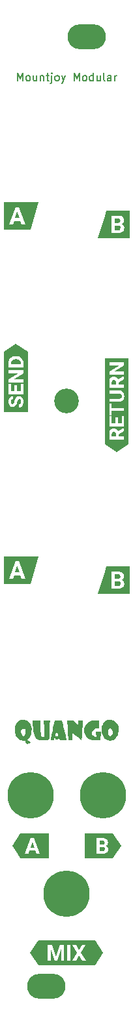
<source format=gbr>
%TF.GenerationSoftware,KiCad,Pcbnew,7.0.5*%
%TF.CreationDate,2023-07-06T16:17:21+01:00*%
%TF.ProjectId,QuangoBreakout_Panel,5175616e-676f-4427-9265-616b6f75745f,rev?*%
%TF.SameCoordinates,Original*%
%TF.FileFunction,Soldermask,Top*%
%TF.FilePolarity,Negative*%
%FSLAX46Y46*%
G04 Gerber Fmt 4.6, Leading zero omitted, Abs format (unit mm)*
G04 Created by KiCad (PCBNEW 7.0.5) date 2023-07-06 16:17:21*
%MOMM*%
%LPD*%
G01*
G04 APERTURE LIST*
%ADD10C,0.200000*%
%ADD11C,6.000000*%
%ADD12O,5.000000X3.200000*%
%ADD13C,3.200000*%
G04 APERTURE END LIST*
D10*
X53019047Y-49567219D02*
X53019047Y-48567219D01*
X53019047Y-48567219D02*
X53352380Y-49281504D01*
X53352380Y-49281504D02*
X53685713Y-48567219D01*
X53685713Y-48567219D02*
X53685713Y-49567219D01*
X54304761Y-49567219D02*
X54209523Y-49519600D01*
X54209523Y-49519600D02*
X54161904Y-49471980D01*
X54161904Y-49471980D02*
X54114285Y-49376742D01*
X54114285Y-49376742D02*
X54114285Y-49091028D01*
X54114285Y-49091028D02*
X54161904Y-48995790D01*
X54161904Y-48995790D02*
X54209523Y-48948171D01*
X54209523Y-48948171D02*
X54304761Y-48900552D01*
X54304761Y-48900552D02*
X54447618Y-48900552D01*
X54447618Y-48900552D02*
X54542856Y-48948171D01*
X54542856Y-48948171D02*
X54590475Y-48995790D01*
X54590475Y-48995790D02*
X54638094Y-49091028D01*
X54638094Y-49091028D02*
X54638094Y-49376742D01*
X54638094Y-49376742D02*
X54590475Y-49471980D01*
X54590475Y-49471980D02*
X54542856Y-49519600D01*
X54542856Y-49519600D02*
X54447618Y-49567219D01*
X54447618Y-49567219D02*
X54304761Y-49567219D01*
X55495237Y-48900552D02*
X55495237Y-49567219D01*
X55066666Y-48900552D02*
X55066666Y-49424361D01*
X55066666Y-49424361D02*
X55114285Y-49519600D01*
X55114285Y-49519600D02*
X55209523Y-49567219D01*
X55209523Y-49567219D02*
X55352380Y-49567219D01*
X55352380Y-49567219D02*
X55447618Y-49519600D01*
X55447618Y-49519600D02*
X55495237Y-49471980D01*
X55971428Y-48900552D02*
X55971428Y-49567219D01*
X55971428Y-48995790D02*
X56019047Y-48948171D01*
X56019047Y-48948171D02*
X56114285Y-48900552D01*
X56114285Y-48900552D02*
X56257142Y-48900552D01*
X56257142Y-48900552D02*
X56352380Y-48948171D01*
X56352380Y-48948171D02*
X56399999Y-49043409D01*
X56399999Y-49043409D02*
X56399999Y-49567219D01*
X56733333Y-48900552D02*
X57114285Y-48900552D01*
X56876190Y-48567219D02*
X56876190Y-49424361D01*
X56876190Y-49424361D02*
X56923809Y-49519600D01*
X56923809Y-49519600D02*
X57019047Y-49567219D01*
X57019047Y-49567219D02*
X57114285Y-49567219D01*
X57447619Y-48900552D02*
X57447619Y-49757695D01*
X57447619Y-49757695D02*
X57400000Y-49852933D01*
X57400000Y-49852933D02*
X57304762Y-49900552D01*
X57304762Y-49900552D02*
X57257143Y-49900552D01*
X57447619Y-48567219D02*
X57400000Y-48614838D01*
X57400000Y-48614838D02*
X57447619Y-48662457D01*
X57447619Y-48662457D02*
X57495238Y-48614838D01*
X57495238Y-48614838D02*
X57447619Y-48567219D01*
X57447619Y-48567219D02*
X57447619Y-48662457D01*
X58066666Y-49567219D02*
X57971428Y-49519600D01*
X57971428Y-49519600D02*
X57923809Y-49471980D01*
X57923809Y-49471980D02*
X57876190Y-49376742D01*
X57876190Y-49376742D02*
X57876190Y-49091028D01*
X57876190Y-49091028D02*
X57923809Y-48995790D01*
X57923809Y-48995790D02*
X57971428Y-48948171D01*
X57971428Y-48948171D02*
X58066666Y-48900552D01*
X58066666Y-48900552D02*
X58209523Y-48900552D01*
X58209523Y-48900552D02*
X58304761Y-48948171D01*
X58304761Y-48948171D02*
X58352380Y-48995790D01*
X58352380Y-48995790D02*
X58399999Y-49091028D01*
X58399999Y-49091028D02*
X58399999Y-49376742D01*
X58399999Y-49376742D02*
X58352380Y-49471980D01*
X58352380Y-49471980D02*
X58304761Y-49519600D01*
X58304761Y-49519600D02*
X58209523Y-49567219D01*
X58209523Y-49567219D02*
X58066666Y-49567219D01*
X58733333Y-48900552D02*
X58971428Y-49567219D01*
X59209523Y-48900552D02*
X58971428Y-49567219D01*
X58971428Y-49567219D02*
X58876190Y-49805314D01*
X58876190Y-49805314D02*
X58828571Y-49852933D01*
X58828571Y-49852933D02*
X58733333Y-49900552D01*
X60352381Y-49567219D02*
X60352381Y-48567219D01*
X60352381Y-48567219D02*
X60685714Y-49281504D01*
X60685714Y-49281504D02*
X61019047Y-48567219D01*
X61019047Y-48567219D02*
X61019047Y-49567219D01*
X61638095Y-49567219D02*
X61542857Y-49519600D01*
X61542857Y-49519600D02*
X61495238Y-49471980D01*
X61495238Y-49471980D02*
X61447619Y-49376742D01*
X61447619Y-49376742D02*
X61447619Y-49091028D01*
X61447619Y-49091028D02*
X61495238Y-48995790D01*
X61495238Y-48995790D02*
X61542857Y-48948171D01*
X61542857Y-48948171D02*
X61638095Y-48900552D01*
X61638095Y-48900552D02*
X61780952Y-48900552D01*
X61780952Y-48900552D02*
X61876190Y-48948171D01*
X61876190Y-48948171D02*
X61923809Y-48995790D01*
X61923809Y-48995790D02*
X61971428Y-49091028D01*
X61971428Y-49091028D02*
X61971428Y-49376742D01*
X61971428Y-49376742D02*
X61923809Y-49471980D01*
X61923809Y-49471980D02*
X61876190Y-49519600D01*
X61876190Y-49519600D02*
X61780952Y-49567219D01*
X61780952Y-49567219D02*
X61638095Y-49567219D01*
X62828571Y-49567219D02*
X62828571Y-48567219D01*
X62828571Y-49519600D02*
X62733333Y-49567219D01*
X62733333Y-49567219D02*
X62542857Y-49567219D01*
X62542857Y-49567219D02*
X62447619Y-49519600D01*
X62447619Y-49519600D02*
X62400000Y-49471980D01*
X62400000Y-49471980D02*
X62352381Y-49376742D01*
X62352381Y-49376742D02*
X62352381Y-49091028D01*
X62352381Y-49091028D02*
X62400000Y-48995790D01*
X62400000Y-48995790D02*
X62447619Y-48948171D01*
X62447619Y-48948171D02*
X62542857Y-48900552D01*
X62542857Y-48900552D02*
X62733333Y-48900552D01*
X62733333Y-48900552D02*
X62828571Y-48948171D01*
X63733333Y-48900552D02*
X63733333Y-49567219D01*
X63304762Y-48900552D02*
X63304762Y-49424361D01*
X63304762Y-49424361D02*
X63352381Y-49519600D01*
X63352381Y-49519600D02*
X63447619Y-49567219D01*
X63447619Y-49567219D02*
X63590476Y-49567219D01*
X63590476Y-49567219D02*
X63685714Y-49519600D01*
X63685714Y-49519600D02*
X63733333Y-49471980D01*
X64352381Y-49567219D02*
X64257143Y-49519600D01*
X64257143Y-49519600D02*
X64209524Y-49424361D01*
X64209524Y-49424361D02*
X64209524Y-48567219D01*
X65161905Y-49567219D02*
X65161905Y-49043409D01*
X65161905Y-49043409D02*
X65114286Y-48948171D01*
X65114286Y-48948171D02*
X65019048Y-48900552D01*
X65019048Y-48900552D02*
X64828572Y-48900552D01*
X64828572Y-48900552D02*
X64733334Y-48948171D01*
X65161905Y-49519600D02*
X65066667Y-49567219D01*
X65066667Y-49567219D02*
X64828572Y-49567219D01*
X64828572Y-49567219D02*
X64733334Y-49519600D01*
X64733334Y-49519600D02*
X64685715Y-49424361D01*
X64685715Y-49424361D02*
X64685715Y-49329123D01*
X64685715Y-49329123D02*
X64733334Y-49233885D01*
X64733334Y-49233885D02*
X64828572Y-49186266D01*
X64828572Y-49186266D02*
X65066667Y-49186266D01*
X65066667Y-49186266D02*
X65161905Y-49138647D01*
X65638096Y-49567219D02*
X65638096Y-48900552D01*
X65638096Y-49091028D02*
X65685715Y-48995790D01*
X65685715Y-48995790D02*
X65733334Y-48948171D01*
X65733334Y-48948171D02*
X65828572Y-48900552D01*
X65828572Y-48900552D02*
X65923810Y-48900552D01*
G36*
X64134982Y-162100000D02*
G01*
X63060939Y-163711064D01*
X61870314Y-163711064D01*
X59877878Y-163711064D01*
X59067230Y-163711064D01*
X56929686Y-163711064D01*
X55739061Y-163711064D01*
X54665018Y-162100000D01*
X55342186Y-161084248D01*
X56929686Y-161084248D01*
X56929686Y-163115752D01*
X57348265Y-163115752D01*
X57348265Y-162560437D01*
X57306407Y-161603286D01*
X57853350Y-163115752D01*
X58140775Y-163115752D01*
X58689113Y-161601891D01*
X58647255Y-162560437D01*
X58647255Y-163115752D01*
X59067230Y-163115752D01*
X59067230Y-161084248D01*
X59459299Y-161084248D01*
X59459299Y-163115752D01*
X59877878Y-163115752D01*
X60115073Y-163115752D01*
X60602020Y-163115752D01*
X60992693Y-162404167D01*
X61383367Y-163115752D01*
X61870314Y-163115752D01*
X61263375Y-162091628D01*
X61854966Y-161084248D01*
X61373600Y-161084248D01*
X60992693Y-161784670D01*
X60611786Y-161084248D01*
X60130421Y-161084248D01*
X60722012Y-162091628D01*
X60115073Y-163115752D01*
X59877878Y-163115752D01*
X59877878Y-161084248D01*
X59459299Y-161084248D01*
X59067230Y-161084248D01*
X58517496Y-161084248D01*
X57998458Y-162557646D01*
X57476629Y-161084248D01*
X56929686Y-161084248D01*
X55342186Y-161084248D01*
X55739061Y-160488936D01*
X56929686Y-160488936D01*
X61870314Y-160488936D01*
X63060939Y-160488936D01*
X64134982Y-162100000D01*
G37*
G36*
X53244357Y-67286804D02*
G01*
X52680050Y-67286804D01*
X52960653Y-66441895D01*
X53244357Y-67286804D01*
G37*
G36*
X54682512Y-68790072D02*
G01*
X54021053Y-68790072D01*
X52399447Y-68790072D01*
X51904904Y-68790072D01*
X51243445Y-68790072D01*
X51243445Y-68128613D01*
X51904904Y-68128613D01*
X52399447Y-68128613D01*
X52554476Y-67663525D01*
X53369930Y-67663525D01*
X53526510Y-68128613D01*
X54021053Y-68128613D01*
X53176144Y-65871387D01*
X52745162Y-65871387D01*
X51904904Y-68128613D01*
X51243445Y-68128613D01*
X51243445Y-65209928D01*
X51904904Y-65209928D01*
X54021053Y-65209928D01*
X54682512Y-65209928D01*
X55756555Y-65209928D01*
X54682512Y-68790072D01*
G37*
G36*
X66268015Y-68282762D02*
G01*
X66374985Y-68387665D01*
X66410642Y-68560437D01*
X66318400Y-68776703D01*
X66208135Y-68835420D01*
X66061826Y-68854993D01*
X65663401Y-68854993D01*
X65663401Y-68245728D01*
X66089731Y-68245728D01*
X66268015Y-68282762D01*
G37*
G36*
X66155425Y-67364967D02*
G01*
X66270341Y-67415546D01*
X66337197Y-67504494D01*
X66359482Y-67636462D01*
X66320381Y-67789597D01*
X66203075Y-67883131D01*
X66007566Y-67917065D01*
X65663401Y-67917065D01*
X65663401Y-67348108D01*
X65988962Y-67348108D01*
X66155425Y-67364967D01*
G37*
G36*
X67537188Y-69890072D02*
G01*
X66875730Y-69890072D01*
X65198313Y-69890072D01*
X64536855Y-69890072D01*
X63462812Y-69890072D01*
X64338417Y-66971387D01*
X65198313Y-66971387D01*
X65198313Y-69228613D01*
X66075779Y-69228613D01*
X66312457Y-69208287D01*
X66509861Y-69151443D01*
X66667991Y-69058081D01*
X66783401Y-68928890D01*
X66852648Y-68764559D01*
X66875730Y-68565088D01*
X66850732Y-68389130D01*
X66775736Y-68242627D01*
X66657332Y-68132944D01*
X66502109Y-68067444D01*
X66637372Y-67991673D01*
X66739304Y-67882184D01*
X66803254Y-67745952D01*
X66824570Y-67589954D01*
X66800971Y-67403660D01*
X66730175Y-67249923D01*
X66612180Y-67128741D01*
X66448538Y-67041322D01*
X66240799Y-66988871D01*
X65988962Y-66971387D01*
X65198313Y-66971387D01*
X64338417Y-66971387D01*
X64536855Y-66309928D01*
X65198313Y-66309928D01*
X66875730Y-66309928D01*
X67537188Y-66309928D01*
X67537188Y-69890072D01*
G37*
G36*
X66268015Y-114182762D02*
G01*
X66374985Y-114287665D01*
X66410642Y-114460437D01*
X66318400Y-114676703D01*
X66208135Y-114735420D01*
X66061826Y-114754993D01*
X65663401Y-114754993D01*
X65663401Y-114145728D01*
X66089731Y-114145728D01*
X66268015Y-114182762D01*
G37*
G36*
X66155425Y-113264967D02*
G01*
X66270341Y-113315546D01*
X66337197Y-113404494D01*
X66359482Y-113536462D01*
X66320381Y-113689597D01*
X66203075Y-113783131D01*
X66007566Y-113817065D01*
X65663401Y-113817065D01*
X65663401Y-113248108D01*
X65988962Y-113248108D01*
X66155425Y-113264967D01*
G37*
G36*
X67537188Y-115790072D02*
G01*
X66875730Y-115790072D01*
X65198313Y-115790072D01*
X64536855Y-115790072D01*
X63462812Y-115790072D01*
X64338417Y-112871387D01*
X65198313Y-112871387D01*
X65198313Y-115128613D01*
X66075779Y-115128613D01*
X66312457Y-115108287D01*
X66509861Y-115051443D01*
X66667991Y-114958081D01*
X66783401Y-114828890D01*
X66852648Y-114664559D01*
X66875730Y-114465088D01*
X66850732Y-114289130D01*
X66775736Y-114142627D01*
X66657332Y-114032944D01*
X66502109Y-113967444D01*
X66637372Y-113891673D01*
X66739304Y-113782184D01*
X66803254Y-113645952D01*
X66824570Y-113489954D01*
X66800971Y-113303660D01*
X66730175Y-113149923D01*
X66612180Y-113028741D01*
X66448538Y-112941322D01*
X66240799Y-112888871D01*
X65988962Y-112871387D01*
X65198313Y-112871387D01*
X64338417Y-112871387D01*
X64536855Y-112209928D01*
X65198313Y-112209928D01*
X66875730Y-112209928D01*
X67537188Y-112209928D01*
X67537188Y-115790072D01*
G37*
G36*
X53030167Y-85516851D02*
G01*
X53174680Y-85558580D01*
X53290203Y-85626956D01*
X53403858Y-85776850D01*
X53441744Y-85981431D01*
X53441744Y-86172504D01*
X52160892Y-86172504D01*
X52160892Y-85977477D01*
X52198612Y-85772238D01*
X52311774Y-85623003D01*
X52428102Y-85555651D01*
X52575909Y-85515240D01*
X52755197Y-85501770D01*
X52856663Y-85501770D01*
X53030167Y-85516851D01*
G37*
G36*
X54347916Y-86913079D02*
G01*
X54347916Y-88705218D01*
X54347916Y-90954615D01*
X54347916Y-91730770D01*
X54347916Y-92293009D01*
X51252084Y-92293009D01*
X51252084Y-91730770D01*
X51252084Y-90963840D01*
X51814324Y-90963840D01*
X51831454Y-91158043D01*
X51882847Y-91332151D01*
X51964712Y-91477103D01*
X52073261Y-91583841D01*
X52203554Y-91649563D01*
X52350648Y-91671471D01*
X52536450Y-91635160D01*
X52695019Y-91526226D01*
X52826355Y-91344669D01*
X52891419Y-91203341D01*
X52957471Y-91019185D01*
X53022370Y-90845242D01*
X53083975Y-90734551D01*
X53255941Y-90655486D01*
X53416048Y-90734551D01*
X53459039Y-90829100D01*
X53473370Y-90954615D01*
X53453521Y-91120652D01*
X53393975Y-91239249D01*
X53294732Y-91310408D01*
X53155792Y-91334127D01*
X53155792Y-91730770D01*
X53330394Y-91706885D01*
X53482594Y-91635233D01*
X53608604Y-91518118D01*
X53704635Y-91357847D01*
X53765416Y-91166114D01*
X53785676Y-90954615D01*
X53769936Y-90756514D01*
X53722717Y-90587403D01*
X53644018Y-90447282D01*
X53537647Y-90342594D01*
X53407409Y-90279782D01*
X53253306Y-90258844D01*
X53047737Y-90297388D01*
X52879065Y-90413021D01*
X52784333Y-90536157D01*
X52700437Y-90699997D01*
X52627375Y-90904541D01*
X52570053Y-91065471D01*
X52508777Y-91181927D01*
X52351965Y-91276146D01*
X52190541Y-91195764D01*
X52144585Y-91099238D01*
X52129266Y-90970428D01*
X52147550Y-90837006D01*
X52202401Y-90737187D01*
X52290196Y-90674923D01*
X52407311Y-90654169D01*
X52407311Y-90258844D01*
X52243910Y-90281081D01*
X52098958Y-90347792D01*
X51978548Y-90454694D01*
X51888777Y-90597505D01*
X51832937Y-90769472D01*
X51814324Y-90963840D01*
X51252084Y-90963840D01*
X51252084Y-89991341D01*
X51840679Y-89991341D01*
X53759321Y-89991341D01*
X53759321Y-88705218D01*
X53441744Y-88705218D01*
X53441744Y-89596016D01*
X52927822Y-89596016D01*
X52927822Y-88836993D01*
X52618151Y-88836993D01*
X52618151Y-89596016D01*
X52160892Y-89596016D01*
X52160892Y-88707853D01*
X51840679Y-88707853D01*
X51840679Y-89991341D01*
X51252084Y-89991341D01*
X51252084Y-88473294D01*
X51840679Y-88473294D01*
X53759321Y-88473294D01*
X53759321Y-88077969D01*
X52496918Y-88077969D01*
X53759321Y-87308404D01*
X53759321Y-86913079D01*
X51840679Y-86913079D01*
X51840679Y-87307086D01*
X53105718Y-87307086D01*
X51840679Y-88077969D01*
X51840679Y-88473294D01*
X51252084Y-88473294D01*
X51252084Y-86567829D01*
X51840679Y-86567829D01*
X53759321Y-86567829D01*
X53759321Y-85973524D01*
X53745851Y-85811441D01*
X53707197Y-85660778D01*
X53643359Y-85521536D01*
X53556534Y-85398034D01*
X53448918Y-85294591D01*
X53320511Y-85211206D01*
X53175119Y-85150077D01*
X53016550Y-85113400D01*
X52844803Y-85101174D01*
X52756514Y-85101174D01*
X52584548Y-85113620D01*
X52425320Y-85150956D01*
X52278830Y-85213183D01*
X52149398Y-85297592D01*
X52041343Y-85401475D01*
X51954664Y-85524831D01*
X51891339Y-85663853D01*
X51853344Y-85814735D01*
X51840679Y-85977477D01*
X51840679Y-86567829D01*
X51252084Y-86567829D01*
X51252084Y-85101174D01*
X51252084Y-84538935D01*
X52800000Y-83506991D01*
X54347916Y-84538935D01*
X54347916Y-85101174D01*
X54347916Y-86567829D01*
X54347916Y-86913079D01*
G37*
G36*
X61185733Y-132087060D02*
G01*
X61484200Y-132087095D01*
X61447458Y-132895019D01*
X61430885Y-133236367D01*
X61412195Y-133584329D01*
X61393574Y-133900225D01*
X61377204Y-134145372D01*
X61375776Y-134164493D01*
X61340837Y-134626043D01*
X60785903Y-134207016D01*
X60568222Y-134045833D01*
X60381312Y-133913386D01*
X60244571Y-133823011D01*
X60177399Y-133788045D01*
X60176416Y-133787988D01*
X60150263Y-133840082D01*
X60130979Y-133978051D01*
X60122088Y-134174427D01*
X60121863Y-134213211D01*
X60121863Y-134638434D01*
X59872630Y-134638434D01*
X59623398Y-134638434D01*
X59590101Y-134199037D01*
X59574097Y-133963581D01*
X59555811Y-133656363D01*
X59537603Y-133318916D01*
X59523185Y-133022586D01*
X59508437Y-132737233D01*
X59492295Y-132487084D01*
X59476594Y-132297113D01*
X59463171Y-132192291D01*
X59461715Y-132186314D01*
X59459436Y-132134712D01*
X59503189Y-132104766D01*
X59614692Y-132090794D01*
X59815665Y-132087116D01*
X59841036Y-132087095D01*
X60248207Y-132087095D01*
X60588124Y-132381570D01*
X60928040Y-132676044D01*
X60907653Y-132381534D01*
X60887265Y-132087025D01*
X61185733Y-132087060D01*
G37*
G36*
X56011372Y-133036747D02*
G01*
X56014055Y-133438237D01*
X56024562Y-133740230D01*
X56046584Y-133956549D01*
X56083809Y-134101016D01*
X56139929Y-134187450D01*
X56218632Y-134229675D01*
X56323608Y-134241511D01*
X56332999Y-134241559D01*
X56508895Y-134241559D01*
X56467886Y-133164327D01*
X56426878Y-132087095D01*
X56835699Y-132087095D01*
X57244520Y-132087095D01*
X57209084Y-132264271D01*
X57197658Y-132377199D01*
X57187764Y-132581536D01*
X57180043Y-132855301D01*
X57175134Y-133176514D01*
X57173649Y-133481250D01*
X57173980Y-133871874D01*
X57168688Y-134163967D01*
X57148345Y-134372326D01*
X57103526Y-134511749D01*
X57024802Y-134597035D01*
X56902747Y-134642979D01*
X56727934Y-134664381D01*
X56490937Y-134676038D01*
X56410191Y-134679664D01*
X56151943Y-134688166D01*
X55971303Y-134681248D01*
X55832969Y-134653954D01*
X55701641Y-134601325D01*
X55642846Y-134571905D01*
X55488784Y-134478181D01*
X55364029Y-134363947D01*
X55264099Y-134215603D01*
X55184512Y-134019550D01*
X55120783Y-133762190D01*
X55068431Y-133429924D01*
X55022973Y-133009152D01*
X54987284Y-132583189D01*
X54949077Y-132087095D01*
X55480224Y-132087082D01*
X56011372Y-132087068D01*
X56011372Y-133036747D01*
G37*
G36*
X63600617Y-132435591D02*
G01*
X63628851Y-132719489D01*
X63639469Y-132909501D01*
X63627052Y-133024474D01*
X63586184Y-133083254D01*
X63511446Y-133104690D01*
X63407441Y-133107631D01*
X63133255Y-133149122D01*
X62910542Y-133261940D01*
X62753000Y-133428599D01*
X62674329Y-133631614D01*
X62688226Y-133853500D01*
X62734463Y-133966604D01*
X62821645Y-134055748D01*
X62967378Y-134149919D01*
X63121849Y-134220753D01*
X63217321Y-134241559D01*
X63231240Y-134190485D01*
X63229788Y-134057632D01*
X63216327Y-133901381D01*
X63177840Y-133561202D01*
X63520215Y-133561202D01*
X63862591Y-133561202D01*
X63826961Y-134085644D01*
X63809261Y-134317116D01*
X63791403Y-134502030D01*
X63776128Y-134613930D01*
X63770129Y-134634464D01*
X63700734Y-134652508D01*
X63548810Y-134665336D01*
X63345113Y-134672660D01*
X63120401Y-134674192D01*
X62905430Y-134669643D01*
X62730956Y-134658725D01*
X62640563Y-134645048D01*
X62279777Y-134500188D01*
X61993808Y-134275968D01*
X61791415Y-133982286D01*
X61681361Y-133629040D01*
X61670952Y-133549702D01*
X61676843Y-133146994D01*
X61779608Y-132796455D01*
X61975792Y-132504947D01*
X62261939Y-132279327D01*
X62329075Y-132243010D01*
X62511511Y-132160135D01*
X62679873Y-132112590D01*
X62879024Y-132091308D01*
X63100516Y-132087095D01*
X63564192Y-132087095D01*
X63600617Y-132435591D01*
G37*
G36*
X65472316Y-132078256D02*
G01*
X65749298Y-132251357D01*
X65964776Y-132508529D01*
X66025115Y-132623366D01*
X66099251Y-132877910D01*
X66131874Y-133193916D01*
X66123349Y-133527470D01*
X66074041Y-133834657D01*
X66013528Y-134014774D01*
X65833371Y-134328618D01*
X65617761Y-134540466D01*
X65353617Y-134659484D01*
X65043094Y-134694919D01*
X64743516Y-134659342D01*
X64545187Y-134574349D01*
X64390980Y-134469718D01*
X64274850Y-134356204D01*
X64165818Y-134198655D01*
X64077006Y-134043122D01*
X64012870Y-133903524D01*
X63974364Y-133749401D01*
X63955587Y-133546307D01*
X63955175Y-133525981D01*
X64751241Y-133525981D01*
X64761692Y-133725294D01*
X64814710Y-133912084D01*
X64904509Y-134055755D01*
X65025300Y-134125706D01*
X65054453Y-134128167D01*
X65162671Y-134083907D01*
X65261033Y-133981956D01*
X65338509Y-133792379D01*
X65359822Y-133575272D01*
X65326761Y-133372021D01*
X65241119Y-133224015D01*
X65227710Y-133212189D01*
X65120833Y-133136713D01*
X65054453Y-133107631D01*
X64982604Y-133140013D01*
X64881195Y-133212189D01*
X64789146Y-133344747D01*
X64751241Y-133525981D01*
X63955175Y-133525981D01*
X63950716Y-133306068D01*
X63953564Y-133048841D01*
X63969030Y-132869045D01*
X64004162Y-132730856D01*
X64066003Y-132598448D01*
X64102464Y-132534536D01*
X64269641Y-132300766D01*
X64463641Y-132146903D01*
X64721633Y-132046194D01*
X64812766Y-132023332D01*
X65153561Y-131998992D01*
X65472316Y-132078256D01*
G37*
G36*
X54189726Y-132078256D02*
G01*
X54466709Y-132251357D01*
X54682187Y-132508529D01*
X54742525Y-132623366D01*
X54823151Y-132900384D01*
X54853411Y-133235526D01*
X54834242Y-133585794D01*
X54766579Y-133908186D01*
X54711415Y-134052965D01*
X54607051Y-134236615D01*
X54488022Y-134388502D01*
X54421036Y-134447069D01*
X54267230Y-134547847D01*
X54485964Y-134731485D01*
X54605296Y-134839575D01*
X54672255Y-134916021D01*
X54677678Y-134936880D01*
X54617315Y-134980539D01*
X54502676Y-135060633D01*
X54474899Y-135079823D01*
X54299140Y-135201009D01*
X54141530Y-135036499D01*
X54039632Y-134899428D01*
X54015306Y-134791877D01*
X54017853Y-134783560D01*
X54019269Y-134731260D01*
X53957104Y-134704302D01*
X53809393Y-134695254D01*
X53755910Y-134694919D01*
X53455855Y-134659986D01*
X53207362Y-134547661D01*
X52992731Y-134345944D01*
X52794416Y-134043122D01*
X52730281Y-133903524D01*
X52691775Y-133749401D01*
X52676861Y-133588102D01*
X53469482Y-133588102D01*
X53498638Y-133810551D01*
X53576084Y-133991548D01*
X53686787Y-134104242D01*
X53771863Y-134128167D01*
X53880082Y-134083907D01*
X53978443Y-133981956D01*
X54042543Y-133820504D01*
X54070630Y-133616541D01*
X54061245Y-133416955D01*
X54012929Y-133268634D01*
X54001156Y-133252393D01*
X53892266Y-133186025D01*
X53771863Y-133164327D01*
X53607418Y-133203395D01*
X53508730Y-133325653D01*
X53470392Y-133538679D01*
X53469482Y-133588102D01*
X52676861Y-133588102D01*
X52672997Y-133546307D01*
X52668127Y-133306068D01*
X52670975Y-133048841D01*
X52686441Y-132869045D01*
X52721572Y-132730856D01*
X52783414Y-132598448D01*
X52819875Y-132534536D01*
X52987052Y-132300766D01*
X53181052Y-132146903D01*
X53439044Y-132046194D01*
X53530176Y-132023332D01*
X53870971Y-131998992D01*
X54189726Y-132078256D01*
G37*
G36*
X58876058Y-132413100D02*
G01*
X58914284Y-132594154D01*
X58968516Y-132841759D01*
X59033603Y-133133365D01*
X59104392Y-133446424D01*
X59175731Y-133758387D01*
X59242467Y-134046705D01*
X59299448Y-134288831D01*
X59341522Y-134462214D01*
X59361873Y-134539216D01*
X59365917Y-134588250D01*
X59327148Y-134617919D01*
X59224956Y-134632956D01*
X59038735Y-134638092D01*
X58929751Y-134638434D01*
X58699090Y-134635750D01*
X58557606Y-134623941D01*
X58481138Y-134597376D01*
X58445522Y-134550422D01*
X58437013Y-134523570D01*
X58413406Y-134453871D01*
X58372404Y-134440006D01*
X58282350Y-134482704D01*
X58203158Y-134528960D01*
X58074519Y-134591217D01*
X57992969Y-134605051D01*
X57981325Y-134595169D01*
X57935536Y-134508676D01*
X57888702Y-134439089D01*
X57832650Y-134376163D01*
X57800039Y-134404672D01*
X57776273Y-134487746D01*
X57736224Y-134586362D01*
X57657817Y-134629335D01*
X57512747Y-134638434D01*
X57371114Y-134627234D01*
X57292622Y-134599271D01*
X57287042Y-134588176D01*
X57299545Y-134517828D01*
X57333949Y-134358051D01*
X57382703Y-134142453D01*
X57911662Y-134142453D01*
X57946048Y-134177703D01*
X58057909Y-134162336D01*
X58086611Y-134156232D01*
X58222083Y-134122890D01*
X58299224Y-134095858D01*
X58302571Y-134093477D01*
X58302204Y-134029952D01*
X58269752Y-133905013D01*
X58219640Y-133760660D01*
X58166292Y-133638896D01*
X58127369Y-133583297D01*
X58077661Y-133609463D01*
X58018054Y-133721992D01*
X57959683Y-133895820D01*
X57926570Y-134035288D01*
X57911662Y-134142453D01*
X57382703Y-134142453D01*
X57385597Y-134129656D01*
X57449832Y-133853451D01*
X57480545Y-133723555D01*
X57557245Y-133392654D01*
X57630733Y-133061186D01*
X57693574Y-132763625D01*
X57738337Y-132534445D01*
X57744759Y-132498144D01*
X57815470Y-132087095D01*
X58312638Y-132087095D01*
X58809806Y-132087095D01*
X58876058Y-132413100D01*
G37*
G36*
X53244357Y-112986804D02*
G01*
X52680050Y-112986804D01*
X52960653Y-112141895D01*
X53244357Y-112986804D01*
G37*
G36*
X54682512Y-114490072D02*
G01*
X54021053Y-114490072D01*
X52399447Y-114490072D01*
X51904904Y-114490072D01*
X51243445Y-114490072D01*
X51243445Y-113828613D01*
X51904904Y-113828613D01*
X52399447Y-113828613D01*
X52554476Y-113363525D01*
X53369930Y-113363525D01*
X53526510Y-113828613D01*
X54021053Y-113828613D01*
X53176144Y-111571387D01*
X52745162Y-111571387D01*
X51904904Y-113828613D01*
X51243445Y-113828613D01*
X51243445Y-110909928D01*
X51904904Y-110909928D01*
X54021053Y-110909928D01*
X54682512Y-110909928D01*
X55756555Y-110909928D01*
X54682512Y-114490072D01*
G37*
G36*
X64247123Y-148464486D02*
G01*
X64343396Y-148558899D01*
X64375487Y-148714393D01*
X64292469Y-148909033D01*
X64193231Y-148961878D01*
X64061553Y-148979493D01*
X63702970Y-148979493D01*
X63702970Y-148431155D01*
X64086667Y-148431155D01*
X64247123Y-148464486D01*
G37*
G36*
X64145792Y-147638471D02*
G01*
X64249216Y-147683991D01*
X64309386Y-147764044D01*
X64329443Y-147882816D01*
X64294252Y-148020637D01*
X64188677Y-148104818D01*
X64012719Y-148135359D01*
X63702970Y-148135359D01*
X63702970Y-147623297D01*
X63995975Y-147623297D01*
X64145792Y-147638471D01*
G37*
G36*
X66463422Y-148300000D02*
G01*
X65389379Y-149911064D01*
X64794066Y-149911064D01*
X63284391Y-149911064D01*
X61736578Y-149911064D01*
X61736578Y-147284248D01*
X63284391Y-147284248D01*
X63284391Y-149315752D01*
X64074110Y-149315752D01*
X64287120Y-149297458D01*
X64464784Y-149246299D01*
X64607101Y-149162273D01*
X64710970Y-149046001D01*
X64773292Y-148898103D01*
X64794066Y-148718579D01*
X64771568Y-148560217D01*
X64704072Y-148428364D01*
X64597508Y-148329649D01*
X64457808Y-148270699D01*
X64579544Y-148202506D01*
X64671283Y-148103965D01*
X64728838Y-147981357D01*
X64748022Y-147840958D01*
X64726783Y-147673294D01*
X64663066Y-147534930D01*
X64556871Y-147425867D01*
X64409594Y-147347190D01*
X64222628Y-147299984D01*
X63995975Y-147284248D01*
X63284391Y-147284248D01*
X61736578Y-147284248D01*
X61736578Y-146688936D01*
X63284391Y-146688936D01*
X64794066Y-146688936D01*
X65389379Y-146688936D01*
X66463422Y-148300000D01*
G37*
G36*
X65657699Y-94866705D02*
G01*
X65747800Y-94927980D01*
X65804628Y-95026482D01*
X65823571Y-95158586D01*
X65823571Y-95477482D01*
X65247714Y-95477482D01*
X65247714Y-95159904D01*
X65267151Y-95021046D01*
X65325461Y-94923368D01*
X65417704Y-94865552D01*
X65538937Y-94846280D01*
X65657699Y-94866705D01*
G37*
G36*
X65657699Y-88180446D02*
G01*
X65747800Y-88241722D01*
X65804628Y-88340223D01*
X65823571Y-88472328D01*
X65823571Y-88791223D01*
X65247714Y-88791223D01*
X65247714Y-88473645D01*
X65267151Y-88334788D01*
X65325461Y-88237110D01*
X65417704Y-88179293D01*
X65538937Y-88160021D01*
X65657699Y-88180446D01*
G37*
G36*
X67434738Y-88791223D02*
G01*
X67434738Y-90246018D01*
X67434738Y-91775925D01*
X67434738Y-92864385D01*
X67434738Y-95477482D01*
X67434738Y-95872806D01*
X67434738Y-96435046D01*
X65900000Y-97458205D01*
X64365262Y-96435046D01*
X64365262Y-95872806D01*
X64927501Y-95872806D01*
X66846144Y-95872806D01*
X66846144Y-95477482D01*
X66143784Y-95477482D01*
X66143784Y-95162540D01*
X66846144Y-94802794D01*
X66846144Y-94378479D01*
X66827695Y-94378479D01*
X66043635Y-94793570D01*
X65952545Y-94642852D01*
X65834771Y-94535950D01*
X65687348Y-94472204D01*
X65507311Y-94450955D01*
X65336736Y-94471453D01*
X65193979Y-94532948D01*
X65079042Y-94635440D01*
X64994853Y-94775707D01*
X64944339Y-94950528D01*
X64927501Y-95159904D01*
X64927501Y-95872806D01*
X64365262Y-95872806D01*
X64365262Y-94150508D01*
X64927501Y-94150508D01*
X66846144Y-94150508D01*
X66846144Y-92864385D01*
X66528566Y-92864385D01*
X66528566Y-93755184D01*
X66014644Y-93755184D01*
X66014644Y-92996160D01*
X65704973Y-92996160D01*
X65704973Y-93755184D01*
X65247714Y-93755184D01*
X65247714Y-92867021D01*
X64927501Y-92867021D01*
X64927501Y-94150508D01*
X64365262Y-94150508D01*
X64365262Y-92751059D01*
X64927501Y-92751059D01*
X65247714Y-92751059D01*
X65247714Y-92171249D01*
X66846144Y-92171249D01*
X66846144Y-91775925D01*
X65247714Y-91775925D01*
X65247714Y-91188208D01*
X64927501Y-91188208D01*
X64927501Y-92751059D01*
X64365262Y-92751059D01*
X64365262Y-90981322D01*
X64927501Y-90981322D01*
X66205718Y-90981322D01*
X66398256Y-90957163D01*
X66561217Y-90889958D01*
X66694603Y-90779706D01*
X66793434Y-90632558D01*
X66852733Y-90454661D01*
X66872499Y-90246018D01*
X66852147Y-90034519D01*
X66791091Y-89855086D01*
X66689332Y-89707717D01*
X66552579Y-89598271D01*
X66386542Y-89532603D01*
X66191223Y-89510714D01*
X64927501Y-89510714D01*
X64927501Y-89907356D01*
X66204400Y-89907356D01*
X66357753Y-89930499D01*
X66467291Y-89994657D01*
X66533014Y-90099830D01*
X66554921Y-90246018D01*
X66533343Y-90388170D01*
X66468609Y-90495731D01*
X66356765Y-90563431D01*
X66193858Y-90585997D01*
X64927501Y-90585997D01*
X64927501Y-90981322D01*
X64365262Y-90981322D01*
X64365262Y-89186548D01*
X64927501Y-89186548D01*
X66846144Y-89186548D01*
X66846144Y-88791223D01*
X66143784Y-88791223D01*
X66143784Y-88476281D01*
X66846144Y-88116535D01*
X66846144Y-87692220D01*
X66827695Y-87692220D01*
X66043635Y-88107311D01*
X65952545Y-87956594D01*
X65834771Y-87849691D01*
X65687348Y-87785945D01*
X65507311Y-87764696D01*
X65336736Y-87785195D01*
X65193979Y-87846690D01*
X65079042Y-87949181D01*
X64994853Y-88089448D01*
X64944339Y-88264270D01*
X64927501Y-88473645D01*
X64927501Y-89186548D01*
X64365262Y-89186548D01*
X64365262Y-87464250D01*
X64927501Y-87464250D01*
X66846144Y-87464250D01*
X66846144Y-87068925D01*
X65583740Y-87068925D01*
X66846144Y-86299360D01*
X66846144Y-85904035D01*
X64927501Y-85904035D01*
X64927501Y-86298042D01*
X66192540Y-86298042D01*
X64927501Y-87068925D01*
X64927501Y-87464250D01*
X64365262Y-87464250D01*
X64365262Y-85904035D01*
X64365262Y-85341795D01*
X67434738Y-85341795D01*
X67434738Y-85904035D01*
X67434738Y-88791223D01*
G37*
G36*
X55192606Y-148558124D02*
G01*
X54684730Y-148558124D01*
X54937272Y-147797705D01*
X55192606Y-148558124D01*
G37*
G36*
X57082258Y-149911064D02*
G01*
X55891633Y-149911064D01*
X54432187Y-149911064D01*
X53987098Y-149911064D01*
X53391785Y-149911064D01*
X52994910Y-149315752D01*
X53987098Y-149315752D01*
X54432187Y-149315752D01*
X54571713Y-148897173D01*
X55305622Y-148897173D01*
X55446544Y-149315752D01*
X55891633Y-149315752D01*
X55131214Y-147284248D01*
X54743331Y-147284248D01*
X53987098Y-149315752D01*
X52994910Y-149315752D01*
X52317742Y-148300000D01*
X53391785Y-146688936D01*
X53987098Y-146688936D01*
X55891633Y-146688936D01*
X57082258Y-146688936D01*
X57082258Y-149911064D01*
G37*
D11*
X59400000Y-154500000D03*
X54700000Y-141800000D03*
D12*
X62000000Y-43900000D03*
D11*
X64100000Y-141800000D03*
D13*
X59400000Y-90900000D03*
D12*
X56700000Y-166400000D03*
M02*

</source>
